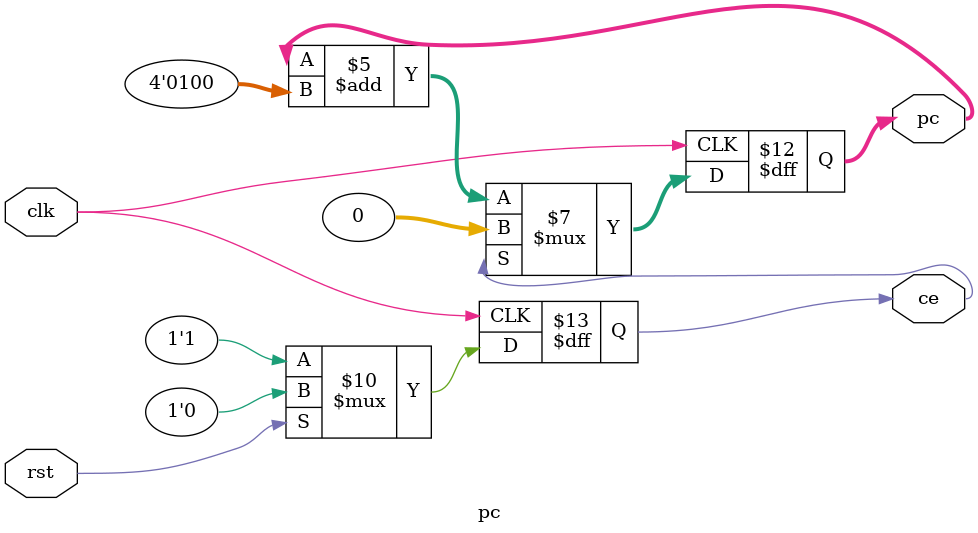
<source format=v>
module pc (
    input   wire    clk,
    input   wire    rst,
    output  reg[31:0]   pc,
    output  reg         ce
);

    always @ (posedge clk) begin
        if (rst == 1'b1) begin
            ce <= 1'b0;
        end else begin
            ce <= 1'b1;
        end
    end

    always @ (posedge clk) begin
        if (ce == 1'b1) begin
            pc <= 32'h00000000;
        end else begin
            pc <= pc + 4'h4;
        end
    end

endmodule


</source>
